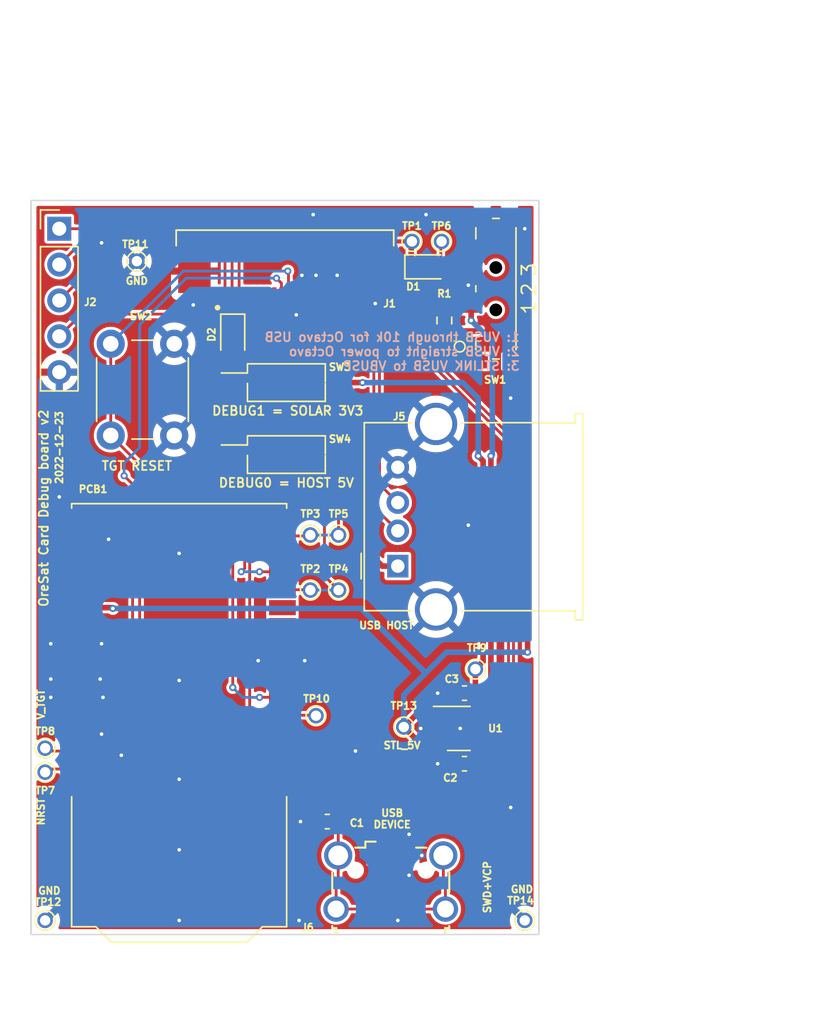
<source format=kicad_pcb>
(kicad_pcb (version 20211014) (generator pcbnew)
  (layers (0 "F.Cu" signal) (31 "B.Cu" signal) (34 "B.Paste" user) (35 "F.Paste" user) (36 "B.SilkS" user "B.Silkscreen") (37 "F.SilkS" user "F.Silkscreen") (38 "B.Mask" user) (39 "F.Mask" user) (44 "Edge.Cuts" user))
  (net 0 "")
  (net 1 "Net-(C1-Pad1)")
  (net 2 "GND")
  (net 3 "Net-(C2-Pad1)")
  (net 4 "Net-(D1-Pad1)")
  (net 5 "Net-(D1-Pad2)")
  (net 6 "/DEBUG1{slash}SOLAR3V3")
  (net 7 "Net-(D2-Pad2)")
  (net 8 "/DEBUG0{slash}5VUSBHOST")
  (net 9 "+3.3V")
  (net 10 "Net-(J1-Pad8)")
  (net 11 "Net-(J1-Pad7)")
  (net 12 "Net-(J6-Pad1)")
  (net 13 "Net-(J1-Pad5)")
  (net 14 "Net-(J1-Pad4)")
  (net 16 "Net-(R1-Pad2)")
  (net 17 "Net-(J1-Pad10)")
  (net 18 "Net-(PCB1-Pad5)")
  (net 19 "+5V")
  (net 23 "Net-(J1-Pad14)")
  (net 24 "Net-(J1-Pad16)")
  (net 29 "Net-(J1-Pad13)")
  (net 30 "Net-(J1-Pad15)")
  (net 32 "Net-(J1-Pad12)")
  (net 42 "Net-(J1-Pad11)")
  (net 44 "/DEBUG2")
  (net 45 "/DEBUG3")
  (net 46 "Net-(J5-Pad1)")
  (footprint "oresat-misc:TestPoint-MinTH" (layer "F.Cu") (at 127 86.8)
    (fp_text reference "TP8" (at 0 -1.2 unlocked) (layer "F.SilkS") (effects (font (size 0.508 0.508) (thickness 0.127))))
    (fp_text value "TestPoint-MinTH" hide)
    (pad "1" thru_hole circle (at 0 0) (size 1.1 1.1) (drill 0.7366) (property pad_prop_testpoint) (layers *.Cu *.Mask) (net 42 "Net-(J1-Pad11)"))
  )
  (footprint "oresat-misc:TestPoint-MinTH" (layer "F.Cu") (at 155.1 50.9)
    (fp_text reference "TP6" (at 0 -1.1 unlocked) (layer "F.SilkS") (effects (font (size 0.508 0.508) (thickness 0.127))))
    (fp_text value "TestPoint-MinTH" hide)
    (pad "1" thru_hole circle (at 0 0) (size 1.1 1.1) (drill 0.7366) (property pad_prop_testpoint) (layers *.Cu *.Mask) (net 5 "Net-(D1-Pad2)"))
  )
  (footprint "oresat-misc:TestPoint-MinTH" (layer "F.Cu") (at 127 99)
    (fp_text reference "TP12" (at 0.2 -1.3 unlocked) (layer "F.SilkS") (effects (font (size 0.508 0.508) (thickness 0.127))))
    (fp_text value "TestPoint-MinTH" hide)
    (pad "1" thru_hole circle (at 0 0) (size 1.1 1.1) (drill 0.7366) (property pad_prop_testpoint) (layers *.Cu *.Mask) (net 2 "GND"))
  )
  (footprint "oresat-misc:TestPoint-MinTH" (layer "F.Cu") (at 161 99)
    (fp_text reference "TP14" (at -0.3 -1.4 unlocked) (layer "F.SilkS") (effects (font (size 0.508 0.508) (thickness 0.127))))
    (fp_text value "TestPoint-MinTH" hide)
    (pad "1" thru_hole circle (at 0 0) (size 1.1 1.1) (drill 0.7366) (property pad_prop_testpoint) (layers *.Cu *.Mask) (net 2 "GND"))
  )
  (footprint "oresat-misc:TestPoint-MinTH" (layer "F.Cu") (at 145.8 75.6)
    (fp_text reference "TP2" (at 0 -1.5 unlocked) (layer "F.SilkS") (effects (font (size 0.508 0.508) (thickness 0.127))))
    (fp_text value "TestPoint-MinTH" hide)
    (pad "1" thru_hole circle (at 0 0) (size 1.1 1.1) (drill 0.7366) (property pad_prop_testpoint) (layers *.Cu *.Mask) (net 29 "Net-(J1-Pad13)"))
  )
  (footprint "Diode_SMD:D_SOD-323" (layer "F.Cu") (at 154 52.7)
    (fp_text reference "D1" (at -0.9 1.4) (layer "F.SilkS") (effects (font (size 0.508 0.508) (thickness 0.127))))
    (fp_text value "ZLLS410TA")
    (pad "1" smd rect (at -1.05 0) (size 0.6 0.45) (layers "F.Cu" "F.Paste" "F.Mask") (net 4 "Net-(D1-Pad1)"))
    (pad "2" smd rect (at 1.05 0) (size 0.6 0.45) (layers "F.Cu" "F.Paste" "F.Mask") (net 5 "Net-(D1-Pad2)"))
  )
  (footprint "oresat-misc:TestPoint-MinTH" (layer "F.Cu") (at 157.5 81.2)
    (fp_text reference "TP9" (at 0.1 -1.5 unlocked) (layer "F.SilkS") (effects (font (size 0.508 0.508) (thickness 0.127))))
    (fp_text value "TestPoint-MinTH" hide)
    (pad "1" thru_hole circle (at 0 0) (size 1.1 1.1) (drill 0.7366) (property pad_prop_testpoint) (layers *.Cu *.Mask) (net 9 "+3.3V"))
  )
  (footprint "oresat-misc:TestPoint-MinTH" (layer "F.Cu") (at 147.8 75.6)
    (fp_text reference "TP4" (at 0 -1.5 unlocked) (layer "F.SilkS") (effects (font (size 0.508 0.508) (thickness 0.127))))
    (fp_text value "TestPoint-MinTH" hide)
    (pad "1" thru_hole circle (at 0 0) (size 1.1 1.1) (drill 0.7366) (property pad_prop_testpoint) (layers *.Cu *.Mask) (net 29 "Net-(J1-Pad13)"))
  )
  (footprint "oresat-misc:TestPoint-MinTH" (layer "F.Cu") (at 146.2 84.5)
    (fp_text reference "TP10" (at 0.04 -1.2 unlocked) (layer "F.SilkS") (effects (font (size 0.508 0.508) (thickness 0.127))))
    (fp_text value "TestPoint-MinTH" hide)
    (pad "1" thru_hole circle (at 0 0) (size 1.1 1.1) (drill 0.7366) (property pad_prop_testpoint) (layers *.Cu *.Mask) (net 18 "Net-(PCB1-Pad5)"))
  )
  (footprint "Button_Switch_SMD:SW_DIP_SPSTx01_Slide_Copal_CHS-01B_W7.62mm_P1.27mm" (layer "F.Cu") (at 144.1 60.9)
    (fp_text reference "SW3" (at 3.8 -1.1) (layer "F.SilkS") (effects (font (size 0.508 0.508) (thickness 0.127))))
    (fp_text value "CFS-0103TB")
    (pad "1" smd rect (at -3.81 0) (size 1.6 0.76) (layers "F.Cu" "F.Paste" "F.Mask") (net 7 "Net-(D2-Pad2)"))
    (pad "2" smd rect (at 3.81 0) (size 1.6 0.76) (layers "F.Cu" "F.Paste" "F.Mask") (net 9 "+3.3V"))
  )
  (footprint "Button_Switch_THT:SW_PUSH_6mm" (layer "F.Cu") (at 136.15 58.15 -90)
    (fp_text reference "SW2" (at -1.95 2.35 180) (layer "F.SilkS") (effects (font (size 0.508 0.508) (thickness 0.127))))
    (fp_text value "B3F-1000")
    (pad "1" thru_hole circle (at 6.5 0) (size 2 2) (drill 1.1) (layers *.Cu *.Mask) (net 2 "GND"))
    (pad "1" thru_hole circle (at 0 0) (size 2 2) (drill 1.1) (layers *.Cu *.Mask) (net 2 "GND"))
    (pad "2" thru_hole circle (at 6.5 4.5) (size 2 2) (drill 1.1) (layers *.Cu *.Mask) (net 17 "Net-(J1-Pad10)"))
    (pad "2" thru_hole circle (at 0 4.5) (size 2 2) (drill 1.1) (layers *.Cu *.Mask) (net 17 "Net-(J1-Pad10)"))
  )
  (footprint "oresat-misc:TestPoint-MinTH" (layer "F.Cu") (at 133.5 52.3 -90)
    (fp_text reference "TP11" (at -1.2 0.1 unlocked) (layer "F.SilkS") (effects (font (size 0.508 0.508) (thickness 0.127))))
    (fp_text value "TestPoint-MinTH" hide)
    (pad "1" thru_hole circle (at 0 0 270) (size 1.1 1.1) (drill 0.7366) (property pad_prop_testpoint) (layers *.Cu *.Mask) (net 2 "GND"))
  )
  (footprint "Capacitor_SMD:C_0603_1608Metric" (layer "F.Cu") (at 147 92 180)
    (fp_text reference "C1" (at -2.1 -0.1) (layer "F.SilkS") (effects (font (size 0.508 0.508) (thickness 0.127))))
    (fp_text value "100n")
    (pad "1" smd roundrect (at -0.775 0 180) (size 0.9 0.95) (layers "F.Cu" "F.Paste" "F.Mask") (net 1 "Net-(C1-Pad1)"))
    (pad "2" smd roundrect (at 0.775 0 180) (size 0.9 0.95) (layers "F.Cu" "F.Paste" "F.Mask") (net 2 "GND"))
  )
  (footprint "oresat-misc:SW-CK-PCM13SMTR" (layer "F.Cu") (at 158.95 54.25 90)
    (fp_text reference "SW1" (at -6.45 -0.05) (layer "F.SilkS") (effects (font (size 0.508 0.508) (thickness 0.127))))
    (fp_text value "PCM13SMTR")
    (pad "" np_thru_hole circle (at 1.5 0 90) (size 0.9 0.9) (drill 0.9) (layers *.Mask))
    (pad "" np_thru_hole circle (at -1.5 0 90) (size 0.9 0.9) (drill 0.9) (layers *.Mask))
    (pad "1" smd rect (at -3.000001 -1.7458 90) (size 0.4064 1.499997) (layers "F.Cu" "F.Paste" "F.Mask") (net 16 "Net-(R1-Pad2)"))
    (pad "2" smd rect (at -1.500001 -1.7458 90) (size 0.4064 1.499997) (layers "F.Cu" "F.Paste" "F.Mask") (net 12 "Net-(J6-Pad1)"))
    (pad "3" smd rect (at 1.500001 -1.7458 90) (size 0.4064 1.499997) (layers "F.Cu" "F.Paste" "F.Mask") (net 5 "Net-(D1-Pad2)"))
    (pad "4" smd rect (at 3 -1.7458 90) (size 0.4064 1.499997) (layers "F.Cu" "F.Paste" "F.Mask") (net 19 "+5V"))
    (pad "5" smd rect (at -5.15 -0.9673 90) (size 0.9906 0.8128) (layers "F.Cu" "F.Paste" "F.Mask"))
    (pad "6" smd rect (at -5.15 0.9757 90) (size 0.9906 0.8128) (layers "F.Cu" "F.Paste" "F.Mask"))
    (pad "9" smd rect (at 5.15 -0.9673 90) (size 0.9906 0.8128) (layers "F.Cu" "F.Paste" "F.Mask"))
    (pad "10" smd rect (at 5.15 0.9757 90) (size 0.9906 0.8128) (layers "F.Cu" "F.Paste" "F.Mask"))
  )
  (footprint "Diode_SMD:D_SOD-323" (layer "F.Cu") (at 140.3 57.55 -90)
    (fp_text reference "D2" (at -0.05 1.5 90) (layer "F.SilkS") (effects (font (size 0.508 0.508) (thickness 0.127))))
    (fp_text value "ZLLS410TA")
    (pad "1" smd rect (at -1.05 0 270) (size 0.6 0.45) (layers "F.Cu" "F.Paste" "F.Mask") (net 6 "/DEBUG1{slash}SOLAR3V3"))
    (pad "2" smd rect (at 1.05 0 270) (size 0.6 0.45) (layers "F.Cu" "F.Paste" "F.Mask") (net 7 "Net-(D2-Pad2)"))
  )
  (footprint "Resistor_SMD:R_0603_1608Metric" (layer "F.Cu") (at 155.3 56.5 -90)
    (fp_text reference "R1" (at -1.9 0) (layer "F.SilkS") (effects (font (size 0.508 0.508) (thickness 0.127))))
    (fp_text value "10k")
    (pad "1" smd roundrect (at -0.825 0 270) (size 0.8 0.95) (layers "F.Cu" "F.Paste" "F.Mask") (net 12 "Net-(J6-Pad1)"))
    (pad "2" smd roundrect (at 0.825 0 270) (size 0.8 0.95) (layers "F.Cu" "F.Paste" "F.Mask") (net 16 "Net-(R1-Pad2)"))
  )
  (footprint "Connector_USB:USB_Micro-B_Wuerth_629105150521_CircularHoles" (layer "F.Cu") (at 151.5 96.245)
    (fp_text reference "J6" (at -5.9 3.255) (layer "F.SilkS") (effects (font (size 0.508 0.508) (thickness 0.127))))
    (fp_text value "629105150521")
    (pad "" np_thru_hole circle (at 2.5 -0.8) (size 0.8 0.8) (drill 0.8) (layers *.Cu *.Mask))
    (pad "" np_thru_hole circle (at -2.5 -0.8) (size 0.8 0.8) (drill 0.8) (layers *.Cu *.Mask))
    (pad "1" smd rect (at -1.3 -1.9) (size 0.45 1.3) (layers "F.Cu" "F.Paste" "F.Mask") (net 12 "Net-(J6-Pad1)"))
    (pad "2" smd rect (at -0.65 -1.9) (size 0.45 1.3) (layers "F.Cu" "F.Paste" "F.Mask") (net 13 "Net-(J1-Pad5)"))
    (pad "3" smd rect (at 0 -1.9) (size 0.45 1.3) (layers "F.Cu" "F.Paste" "F.Mask") (net 14 "Net-(J1-Pad4)"))
    (pad "4" smd rect (at 0.65 -1.9) (size 0.45 1.3) (layers "F.Cu" "F.Paste" "F.Mask"))
    (pad "5" smd rect (at 1.3 -1.9) (size 0.45 1.3) (layers "F.Cu" "F.Paste" "F.Mask") (net 2 "GND"))
    (pad "6" thru_hole circle (at -3.725 -1.85) (size 2 2) (drill 1.4) (layers *.Cu *.Mask) (net 1 "Net-(C1-Pad1)"))
    (pad "6" thru_hole circle (at 3.725 -1.85) (size 2 2) (drill 1.4) (layers *.Cu *.Mask) (net 1 "Net-(C1-Pad1)"))
    (pad "6" thru_hole circle (at -3.875 1.95) (size 1.8 1.8) (drill 1.2) (layers *.Cu *.Mask) (net 1 "Net-(C1-Pad1)"))
    (pad "6" thru_hole circle (at 3.875 1.95) (size 1.8 1.8) (drill 1.2) (layers *.Cu *.Mask) (net 1 "Net-(C1-Pad1)"))
  )
  (footprint "oresat-connectors:J-TE_2-1734592-0_FFC_MIRRORED" (layer "F.Cu") (at 144 53)
    (fp_text reference "J1" (at 6.9 2.6) (layer "F.SilkS") (effects (font (size 0.508 0.508) (thickness 0.127)) (justify left bottom)))
    (fp_text value " 2-1734592-0")
    (pad "1" smd rect locked (at 4.75 1.7 270) (size 1.1 0.3) (layers "F.Cu" "F.Paste" "F.Mask") (net 4 "Net-(D1-Pad1)"))
    (pad "2" smd rect locked (at 4.25 1.7 270) (size 1.1 0.3) (layers "F.Cu" "F.Paste" "F.Mask") (net 4 "Net-(D1-Pad1)"))
    (pad "3" smd rect locked (at 3.75 1.7 270) (size 1.1 0.3) (layers "F.Cu" "F.Paste" "F.Mask") (net 2 "GND"))
    (pad "4" smd rect locked (at 3.25 1.7 270) (size 1.1 0.3) (layers "F.Cu" "F.Paste" "F.Mask") (net 14 "Net-(J1-Pad4)"))
    (pad "5" smd rect locked (at 2.75 1.7 270) (size 1.1 0.3) (layers "F.Cu" "F.Paste" "F.Mask") (net 13 "Net-(J1-Pad5)"))
    (pad "6" smd rect locked (at 2.25 1.7 270) (size 1.1 0.3) (layers "F.Cu" "F.Paste" "F.Mask") (net 2 "GND"))
    (pad "7" smd rect locked (at 1.75 1.7 270) (size 1.1 0.3) (layers "F.Cu" "F.Paste" "F.Mask") (net 11 "Net-(J1-Pad7)"))
    (pad "8" smd rect locked (at 1.25 1.7 270) (size 1.1 0.3) (layers "F.Cu" "F.Paste" "F.Mask") (net 10 "Net-(J1-Pad8)"))
    (pad "9" smd rect locked (at 0.75 1.7 270) (size 1.1 0.3) (layers "F.Cu" "F.Paste" "F.Mask") (net 2 "GND"))
    (pad "10" smd rect locked (at 0.25 1.7 270) (size 1.1 0.3) (layers "F.Cu" "F.Paste" "F.Mask") (net 17 "Net-(J1-Pad10)"))
    (pad "11" smd rect locked (at -0.25 1.7 270) (size 1.1 0.3) (layers "F.Cu" "F.Paste" "F.Mask") (net 42 "Net-(J1-Pad11)"))
    (pad "12" smd rect locked (at -0.75 1.7 270) (size 1.1 0.3) (layers "F.Cu" "F.Paste" "F.Mask") (net 32 "Net-(J1-Pad12)"))
    (pad "13" smd rect locked (at -1.25 1.7 270) (size 1.1 0.3) (layers "F.Cu" "F.Paste" "F.Mask") (net 29 "Net-(J1-Pad13)"))
    (pad "14" smd rect locked (at -1.75 1.7 270) (size 1.1 0.3) (layers "F.Cu" "F.Paste" "F.Mask") (net 23 "Net-(J1-Pad14)"))
    (pad "15" smd rect locked (at -2.25 1.7 270) (size 1.1 0.3) (layers "F.Cu" "F.Paste" "F.Mask") (net 30 "Net-(J1-Pad15)"))
    (pad "16" smd rect locked (at -2.75 1.7 270) (size 1.1 0.3) (layers "F.Cu" "F.Paste" "F.Mask") (net 24 "Net-(J1-Pad16)"))
    (pad "17" smd rect locked (at -3.25 1.7 270) (size 1.1 0.3) (layers "F.Cu" "F.Paste" "F.Mask") (net 8 "/DEBUG0{slash}5VUSBHOST"))
    (pad "18" smd rect locked (at -3.75 1.7 270) (size 1.1 0.3) (layers "F.Cu" "F.Paste" "F.Mask") (net 6 "/DEBUG1{slash}SOLAR3V3"))
    (pad "19" smd rect locked (at -4.25 1.7 270) (size 1.1 0.3) (layers "F.Cu" "F.Paste" "F.Mask") (net 44 "/DEBUG2"))
    (pad "20" smd rect locked (at -4.75 1.7 270) (size 1.1 0.3) (layers "F.Cu" "F.Paste" "F.Mask") (net 45 "/DEBUG3"))
    (pad "PAD1" smd rect locked (at 6.42 0 180) (size 2.3 3.1) (layers "F.Cu" "F.Mask") (net 2 "GND"))
    (pad "PAD2" smd rect locked (at -6.42 0 180) (size 2.3 3.1) (layers "F.Cu" "F.Mask") (net 2 "GND"))
  )
  (footprint "oresat-misc:TestPoint-MinTH" (layer "F.Cu") (at 153 50.9)
    (fp_text reference "TP1" (at 0 -1.1 unlocked) (layer "F.SilkS") (effects (font (size 0.508 0.508) (thickness 0.127))))
    (fp_text value "TestPoint-MinTH" hide)
    (pad "1" thru_hole circle (at 0 0) (size 1.1 1.1) (drill 0.7366) (property pad_prop_testpoint) (layers *.Cu *.Mask) (net 4 "Net-(D1-Pad1)"))
  )
  (footprint "Button_Switch_SMD:SW_DIP_SPSTx01_Slide_Copal_CHS-01B_W7.62mm_P1.27mm" (layer "F.Cu") (at 144.1 66)
    (fp_text reference "SW4" (at 3.8 -1.1) (layer "F.SilkS") (effects (font (size 0.508 0.508) (thickness 0.127))))
    (fp_text value "CFS-0103TB")
    (pad "1" smd rect (at -3.81 0) (size 1.6 0.76) (layers "F.Cu" "F.Paste" "F.Mask") (net 8 "/DEBUG0{slash}5VUSBHOST"))
    (pad "2" smd rect (at 3.81 0) (size 1.6 0.76) (layers "F.Cu" "F.Paste" "F.Mask") (net 46 "Net-(J5-Pad1)"))
  )
  (footprint "Capacitor_SMD:C_0603_1608Metric" (layer "F.Cu") (at 156.725 82.9 180)
    (fp_text reference "C3" (at 0.9 1) (layer "F.SilkS") (effects (font (size 0.508 0.508) (thickness 0.127))))
    (fp_text value "2.2u")
    (pad "1" smd roundrect (at -0.775 0 180) (size 0.9 0.95) (layers "F.Cu" "F.Paste" "F.Mask") (net 9 "+3.3V"))
    (pad "2" smd roundrect (at 0.775 0 180) (size 0.9 0.95) (layers "F.Cu" "F.Paste" "F.Mask") (net 2 "GND"))
  )
  (footprint "oresat-pcbs:STLINK-V3MOS" (layer "F.Cu") (at 136.5 99.45 180)
    (fp_text reference "PCB1" (at 6.1 31 180) (layer "F.SilkS") (effects (font (size 0.508 0.508) (thickness 0.127))))
    (fp_text value "STLINK-V3MODS")
    (pad "1" smd rect (at -7.320026 9.906 180) (size 1.89992 1.070102) (layers "F.Cu" "F.Paste" "F.Mask"))
    (pad "2" smd rect (at -7.320026 11.176 180) (size 1.89992 1.070102) (layers "F.Cu" "F.Paste" "F.Mask"))
    (pad "3" smd rect (at -7.320026 12.446 180) (size 1.89992 1.070102) (layers "F.Cu" "F.Paste" "F.Mask"))
    (pad "4" smd rect (at -7.320026 13.716 180) (size 1.89992 1.070102) (layers "F.Cu" "F.Paste" "F.Mask") (net 23 "Net-(J1-Pad14)"))
    (pad "5" smd rect (at -7.320026 14.986 180) (size 1.89992 1.070102) (layers "F.Cu" "F.Paste" "F.Mask") (net 18 "Net-(PCB1-Pad5)"))
    (pad "6" smd rect (at -7.320026 16.256 180) (size 1.89992 1.070102) (layers "F.Cu" "F.Paste" "F.Mask") (net 24 "Net-(J1-Pad16)"))
    (pad "7" smd rect (at -7.320026 17.526 180) (size 1.89992 1.070102) (layers "F.Cu" "F.Paste" "F.Mask"))
    (pad "8" smd rect (at -7.320026 18.796 180) (size 1.89992 1.070102) (layers "F.Cu" "F.Paste" "F.Mask") (net 2 "GND"))
    (pad "9" smd rect (at -7.320026 20.066 180) (size 1.89992 1.070102) (layers "F.Cu" "F.Paste" "F.Mask"))
    (pad "10" smd rect (at -7.320026 21.336 180) (size 1.89992 1.070102) (layers "F.Cu" "F.Paste" "F.Mask"))
    (pad "11" smd rect (at -7.320026 22.606 180) (size 1.89992 1.070102) (layers "F.Cu" "F.Paste" "F.Mask"))
    (pad "12" smd rect (at -7.320026 23.876 180) (size 1.89992 1.070102) (layers "F.Cu" "F.Paste" "F.Mask") (net 29 "Net-(J1-Pad13)"))
    (pad "13" smd rect (at -7.320026 25.146 180) (size 1.89992 1.070102) (layers "F.Cu" "F.Paste" "F.Mask") (net 30 "Net-(J1-Pad15)"))
    (pad "14" smd rect (at -7.320026 26.416 180) (size 1.89992 1.070102) (layers "F.Cu" "F.Paste" "F.Mask"))
    (pad "15" smd rect (at -7.320026 27.686 180) (size 1.89992 1.070102) (layers "F.Cu" "F.Paste" "F.Mask") (net 32 "Net-(J1-Pad12)"))
    (pad "16" smd rect (at -7.320026 28.956 180) (size 1.89992 1.070102) (layers "F.Cu" "F.Paste" "F.Mask"))
    (pad "17" smd rect (at 7.320026 28.956 180) (size 1.89992 1.070102) (layers "F.Cu" "F.Paste" "F.Mask"))
    (pad "18" smd rect (at 7.320026 27.686 180) (size 1.89992 1.070102) (layers "F.Cu" "F.Paste" "F.Mask"))
    (pad "19" smd rect (at 7.320026 26.416 180) (size 1.89992 1.070102) (layers "F.Cu" "F.Paste" "F.Mask"))
    (pad "20" smd rect (at 7.320026 25.146 180) (size 1.89992 1.070102) (layers "F.Cu" "F.Paste" "F.Mask"))
    (pad "21" smd rect (at 7.320026 23.876 180) (size 1.89992 1.070102) (layers "F.Cu" "F.Paste" "F.Mask"))
    (pad "22" smd rect (at 7.320026 22.606 180) (size 1.89992 1.070102) (layers "F.Cu" "F.Paste" "F.Mask") (net 19 "+5V"))
    (pad "23" smd rect (at 7.320026 21.336 180) (size 1.89992 1.070102) (layers "F.Cu" "F.Paste" "F.Mask"))
    (pad "24" smd rect (at 7.320026 20.066 180) (size 1.89992 1.070102) (layers "F.Cu" "F.Paste" "F.Mask") (net 2 "GND"))
    (pad "25" smd rect (at 7.320026 18.796 180) (size 1.89992 1.070102) (layers "F.Cu" "F.Paste" "F.Mask"))
    (pad "26" smd rect (at 7.320026 17.526 180) (size 1.89992 1.070102) (layers "F.Cu" "F.Paste" "F.Mask") (net 2 "GND"))
    (pad "27" smd rect (at 7.320026 16.256 180) (size 1.89992 1.070102) (layers "F.Cu" "F.Paste" "F.Mask") (net 2 "GND"))
    (pad "28" smd rect (at 7.320026 14.986 180) (size 1.89992 1.070102) (layers "F.Cu" "F.Paste" "F.Mask"))
    (pad "29" smd rect (at 7.320026 13.716 180) (size 1.89992 1.070102) (layers "F.Cu" "F.Paste" "F.Mask") (net 2 "GND"))
    (pad "30" smd rect (at 7.320026 12.446 180) (size 1.89992 1.070102) (layers "F.Cu" "F.Paste" "F.Mask") (net 42 "Net-(J1-Pad11)"))
    (pad "31" smd rect (at 7.320026 11.176 180) (size 1.89992 1.070102) (layers "F.Cu" "F.Paste" "F.Mask") (net 17 "Net-(J1-Pad10)"))
    (pad "32" smd rect (at 7.320026 9.906 180) (size 1.89992 1.070102) (layers "F.Cu" "F.Paste" "F.Mask"))
  )
  (footprint "oresat-misc:TestPoint-MinTH" (layer "F.Cu") (at 152.425 85.3)
    (fp_text reference "TP13" (at 0 -1.5 unlocked) (layer "F.SilkS") (effects (font (size 0.508 0.508) (thickness 0.127))))
    (fp_text value "TestPoint-MinTH" hide)
    (pad "1" thru_hole circle (at 0 0) (size 1.1 1.1) (drill 0.7366) (property pad_prop_testpoint) (layers *.Cu *.Mask) (net 19 "+5V"))
  )
  (footprint "Package_TO_SOT_SMD:SOT-23-5" (layer "F.Cu") (at 156.325 85.4)
    (fp_text reference "U1" (at 2.6 0) (layer "F.SilkS") (effects (font (size 0.508 0.508) (thickness 0.127))))
    (fp_text value "MIC5205-3.3YM5")
    (pad "1" smd roundrect (at -1.1375 -0.95) (size 1.325 0.6) (layers "F.Cu" "F.Paste" "F.Mask") (net 19 "+5V"))
    (pad "2" smd roundrect (at -1.1375 0) (size 1.325 0.6) (layers "F.Cu" "F.Paste" "F.Mask") (net 2 "GND"))
    (pad "3" smd roundrect (at -1.1375 0.95) (size 1.325 0.6) (layers "F.Cu" "F.Paste" "F.Mask") (net 19 "+5V"))
    (pad "4" smd roundrect (at 1.1375 0.95) (size 1.325 0.6) (layers "F.Cu" "F.Paste" "F.Mask") (net 3 "Net-(C2-Pad1)"))
    (pad "5" smd roundrect (at 1.1375 -0.95) (size 1.325 0.6) (layers "F.Cu" "F.Paste" "F.Mask") (net 9 "+3.3V"))
  )
  (footprint "oresat-misc:TestPoint-MinTH" (layer "F.Cu") (at 147.8 71.7)
    (fp_text reference "TP5" (at 0 -1.5 unlocked) (layer "F.SilkS") (effects (font (size 0.508 0.508) (thickness 0.127))))
    (fp_text value "TestPoint-MinTH" hide)
    (pad "1" thru_hole circle (at 0 0) (size 1.1 1.1) (drill 0.7366) (property pad_prop_testpoint) (layers *.Cu *.Mask) (net 32 "Net-(J1-Pad12)"))
  )
  (footprint "Connector_PinHeader_2.54mm:PinHeader_1x05_P2.54mm_Vertical" (layer "F.Cu") (at 128 50)
    (fp_text reference "J2" (at 2.2 5.2) (layer "F.SilkS") (effects (font (size 0.508 0.508) (thickness 0.127))))
    (fp_text value "Conn_01x05")
    (pad "1" thru_hole rect (at 0 0) (size 1.7 1.7) (drill 1) (layers *.Cu *.Mask) (net 8 "/DEBUG0{slash}5VUSBHOST"))
    (pad "2" thru_hole oval (at 0 2.54) (size 1.7 1.7) (drill 1) (layers *.Cu *.Mask) (net 6 "/DEBUG1{slash}SOLAR3V3"))
    (pad "3" thru_hole oval (at 0 5.08) (size 1.7 1.7) (drill 1) (layers *.Cu *.Mask) (net 44 "/DEBUG2"))
    (pad "4" thru_hole oval (at 0 7.62) (size 1.7 1.7) (drill 1) (layers *.Cu *.Mask) (net 45 "/DEBUG3"))
    (pad "5" thru_hole oval (at 0 10.16) (size 1.7 1.7) (drill 1) (layers *.Cu *.Mask) (net 2 "GND"))
  )
  (footprint "Capacitor_SMD:C_0603_1608Metric" (layer "F.Cu") (at 156.725 87.9 180)
    (fp_text reference "C2" (at 1 -1 180) (layer "F.SilkS") (effects (font (size 0.508 0.508) (thickness 0.127))))
    (fp_text value "470p")
    (pad "1" smd roundrect (at -0.775 0 180) (size 0.9 0.95) (layers "F.Cu" "F.Paste" "F.Mask") (net 3 "Net-(C2-Pad1)"))
    (pad "2" smd roundrect (at 0.775 0 180) (size 0.9 0.95) (layers "F.Cu" "F.Paste" "F.Mask") (net 2 "GND"))
  )
  (footprint "oresat-misc:TestPoint-MinTH" (layer "F.Cu") (at 145.8 71.7)
    (fp_text reference "TP3" (at 0 -1.5 unlocked) (layer "F.SilkS") (effects (font (size 0.508 0.508) (thickness 0.127))))
    (fp_text value "TestPoint-MinTH" hide)
    (pad "1" thru_hole circle (at 0 0) (size 1.1 1.1) (drill 0.7366) (property pad_prop_testpoint) (layers *.Cu *.Mask) (net 32 "Net-(J1-Pad12)"))
  )
  (footprint "Connector_USB:USB_A_Molex_67643_Horizontal" (layer "F.Cu") (at 152 73.9 90)
    (fp_text reference "J5" (at 10.6 0.1 180) (layer "F.SilkS") (effects (font (size 0.508 0.508) (thickness 0.127))))
    (fp_text value "0676430910")
    (pad "1" thru_hole rect (at 0 0 90) (size 1.6 1.5) (drill 0.95) (layers *.Cu *.Mask) (net 46 "Net-(J5-Pad1)"))
    (pad "2" thru_hole circle (at 2.5 0 90) (size 1.6 1.6) (drill 0.95) (layers *.Cu *.Mask) (net 10 "Net-(J1-Pad8)"))
    (pad "3" thru_hole circle (at 4.5 0 90) (size 1.6 1.6) (drill 0.95) (layers *.Cu *.Mask) (net 11 "Net-(J1-Pad7)"))
    (pad "4" thru_hole circle (at 7 0 90) (size 1.6 1.6) (drill 0.95) (layers *.Cu *.Mask) (net 2 "GND"))
    (pad "5" thru_hole circle (at 10.07 2.71 90) (size 3 3) (drill 2.3) (layers *.Cu *.Mask) (net 2 "GND"))
    (pad "5" thru_hole circle (at -3.07 2.71 90) (size 3 3) (drill 2.3) (layers *.Cu *.Mask) (net 2 "GND"))
  )
  (footprint "oresat-misc:TestPoint-MinTH" (layer "F.Cu") (at 127 88.5 180)
    (fp_text reference "TP7" (at 0 -1.3 unlocked) (layer "F.SilkS") (effects (font (size 0.508 0.508) (thickness 0.127))))
    (fp_text value "TestPoint-MinTH" hide)
    (pad "1" thru_hole circle (at 0 0 180) (size 1.1 1.1) (drill 0.7366) (property pad_prop_testpoint) (layers *.Cu *.Mask) (net 17 "Net-(J1-Pad10)"))
  )
  (gr_rect (start 162 100) (end 126 48) (layer "Edge.Cuts") (width 0.1) (fill none))
  (gr_text "1: VUSB through 10k for Octavo USB\n2: VUSB straight to power Octavo\n3: STLINK VUSB to VBUSP" (at 160.7 58.7) (layer "B.SilkS") (effects (font (size 0.635 0.635) (thickness 0.127)) (justify left mirror)))
  (gr_text "DEBUG1 = SOLAR 3V3" (at 144.2 62.9) (layer "F.SilkS") (effects (font (size 0.635 0.635) (thickness 0.127))))
  (gr_text "GND" (at 133.5 53.7) (layer "F.SilkS") (effects (font (size 0.508 0.508) (thickness 0.127))))
  (gr_text "SWD+VCP" (at 158.345 96.645 90) (layer "F.SilkS") (effects (font (size 0.508 0.508) (thickness 0.127))))
  (gr_text "USB HOST" (at 151.2 78.1) (layer "F.SilkS") (effects (font (size 0.508 0.508) (thickness 0.127))))
  (gr_text "STL_5V" (at 152.3 86.6) (layer "F.SilkS") (effects (font (size 0.508 0.508) (thickness 0.127))))
  (gr_text "2022-12-23" (at 128 65.5 90) (layer "F.SilkS") (effects (font (size 0.508 0.508) (thickness 0.127))))
  (gr_text "V_TGT" (at 126.7 83.7 90) (layer "F.SilkS") (effects (font (size 0.508 0.508) (thickness 0.127))))
  (gr_text "GND" (at 160.8 96.8) (layer "F.SilkS") (effects (font (size 0.508 0.508) (thickness 0.127))))
  (gr_text "TGT RESET" (at 133.5 66.8) (layer "F.SilkS") (effects (font (size 0.635 0.635) (thickness 0.127))))
  (gr_text "GND" (at 127.3 96.9) (layer "F.SilkS") (effects (font (size 0.508 0.508) (thickness 0.127))))
  (gr_text "2" (at 161.3 54.3 90) (layer "F.SilkS") (effects (font (size 1 1) (thickness 0.127))))
  (gr_text "OreSat Card Debug board v2" (at 126.9 69.8 90) (layer "F.SilkS") (effects (font (size 0.635 0.635) (thickness 0.127))))
  (gr_text "DEBUG0 = HOST 5V" (at 144.1 68) (layer "F.SilkS") (effects (font (size 0.635 0.635) (thickness 0.127))))
  (gr_text "USB\nDEVICE" (at 151.6 91.8) (layer "F.SilkS") (effects (font (size 0.508 0.508) (thickness 0.127))))
  (gr_text "NRST" (at 126.7 91.3 90) (layer "F.SilkS") (effects (font (size 0.508 0.508) (thickness 0.127))))
  (gr_text "1" (at 161.3 55.6 90) (layer "F.SilkS") (effects (font (size 1 1) (thickness 0.127))))
  (gr_text "3" (at 161.3 52.9 90) (layer "F.SilkS") (effects (font (size 1 1) (thickness 0.127))))
  (segment (start 147.775 94.395) (end 147.775 96.125) (width 0.2) (layer "F.Cu") (net 1))
  (segment (start 147.625 96.275) (end 147.625 98.195) (width 0.2) (layer "F.Cu") (net 1))
  (segment (start 155.375 96.575) (end 155.375 98.195) (width 0.2) (layer "F.Cu") (net 1))
  (segment (start 147.625 98.195) (end 155.375 98.195) (width 0.2) (layer "F.Cu") (net 1))
  (segment (start 155.225 94.395) (end 155.225 96.425) (width 0.2) (layer "F.Cu") (net 1))
  (segment (start 147.775 96.125) (end 147.625 96.275) (width 0.2) (layer "F.Cu") (net 1))
  (segment (start 155.225 96.425) (end 155.375 96.575) (width 0.2) (layer "F.Cu") (net 1))
  (segment (start 147.775 94.395) (end 147.775 92) (width 0.2) (layer "F.Cu") (net 1))
  (via (at 154.825 87.9) (size 0.508) (drill 0.254) (layers "F.Cu" "B.Cu") (net 2))
  (via (at 145.2 53.3) (size 0.508) (drill 0.254) (layers "F.Cu" "B.Cu") (net 2))
  (via (at 127.4 83.2) (size 0.508) (drill 0.254) (layers "F.Cu" "B.Cu") (net 2))
  (via (at 149 87) (size 0.508) (drill 0.254) (layers "F.Cu" "B.Cu") (net 2))
  (via (at 146.2 53.3) (size 0.508) (drill 0.254) (layers "F.Cu" "B.Cu") (net 2))
  (via (at 145.1 92) (size 0.508) (drill 0.254) (layers "F.Cu" "B.Cu") (net 2))
  (via (at 160 62) (size 0.508) (drill 0.254) (layers "F.Cu" "B.Cu") (net 2))
  (via (at 127.4 81.9) (size 0.508) (drill 0.254) (layers "F.Cu" "B.Cu") (net 2))
  (via (at 152 99) (size 0.508) (drill 0.254) (layers "F.Cu" "B.Cu") (net 2))
  (via (at 131 79.4) (size 0.508) (drill 0.254) (layers "F.Cu" "B.Cu") (net 2))
  (via (at 128 69) (size 0.508) (drill 0.254) (layers "F.Cu" "B.Cu") (net 2))
  (via (at 137.5 55.4) (size 0.508) (drill 0.254) (layers "F.Cu" "B.Cu") (net 2))
  (via (at 152.8 92.9) (size 0.508) (drill 0.254) (layers "F.Cu" "B.Cu") (net 2))
  (via (at 154.825 82.9) (size 0.508) (drill 0.254) (layers "F.Cu" "B.Cu") (net 2))
  (via (at 136.5 94) (size 0.508) (drill 0.254) (layers "F.Cu" "B.Cu") (net 2))
  (via (at 145 99) (size 0.508) (drill 0.254) (layers "F.Cu" "B.Cu") (net 2))
  (via (at 136.5 82) (size 0.508) (drill 0.254) (layers "F.Cu" "B.Cu") (net 2))
  (via (at 156.425 85.4) (size 0.508) (drill 0.254) (layers "F.Cu" "B.Cu") (net 2))
  (via (at 131.5 72) (size 0.508) (drill 0.254) (layers "F.Cu" "B.Cu") (net 2))
  (via (at 150.4 55.3) (size 0.508) (drill 0.254) (layers "F.Cu" "B.Cu") (net 2))
  (via (at 142.1 80.6) (size 0.508) (drill 0.254) (layers "F.Cu" "B.Cu") (net 2))
  (via (at 127.4 79.4) (size 0.508) (drill 0.254) (layers "F.Cu" "B.Cu") (net 2))
  (via (at 157 71) (size 0.508) (drill 0.254) (layers "F.Cu" "B.Cu") (net 2))
  (via (at 144.8 56.1) (size 0.508) (drill 0.254) (layers "F.Cu" "B.Cu") (net 2))
  (via (at 131 51) (size 0.508) (drill 0.254) (layers "F.Cu" "B.Cu") (net 2))
  (via (at 145.4 80.6) (size 0.508) (drill 0.254) (layers "F.Cu" "B.Cu") (net 2))
  (via (at 154 49) (size 0.508) (drill 0.254) (layers "F.Cu" "B.Cu") (net 2))
  (via (at 136.5 99) (size 0.508) (drill 0.254) (layers "F.Cu" "B.Cu") (net 2))
  (via (at 147.7 53.3) (size 0.508) (drill 0.254) (layers "F.Cu" "B.Cu") (net 2))
  (via (at 152.8 95.8) (size 0.508) (drill 0.254) (layers "F.Cu" "B.Cu") (net 2))
  (via (at 146 49) (size 0.508) (drill 0.254) (layers "F.Cu" "B.Cu") (net 2))
  (via (at 153.7 94.4) (size 0.508) (drill 0.254) (layers "F.Cu" "B.Cu") (net 2))
  (via (at 131 85.8) (size 0.508) (drill 0.254) (layers "F.Cu" "B.Cu") (net 2))
  (via (at 136.5 89) (size 0.508) (drill 0.254) (layers "F.Cu" "B.Cu") (net 2))
  (via (at 157 54) (size 0.508) (drill 0.254) (layers "F.Cu" "B.Cu") (net 2))
  (via (at 136.5 73) (size 0.508) (drill 0.254) (layers "F.Cu" "B.Cu") (net 2))
  (via (at 160 91) (size 0.508) (drill 0.254) (layers "F.Cu" "B.Cu") (net 2))
  (via (at 153.625 85.4) (size 0.508) (drill 0.254) (layers "F.Cu" "B.Cu") (net 2))
  (via (at 161 50) (size 0.508) (drill 0.254) (layers "F.Cu" "B.Cu") (net 2))
  (via (at 131.1 83.2) (size 0.508) (drill 0.254) (layers "F.Cu" "B.Cu") (net 2))
  (via (at 132.4 87.3) (size 0.508) (drill 0.254) (layers "F.Cu" "B.Cu") (net 2))
  (via (at 130.9 81.9) (size 0.508) (drill 0.254) (layers "F.Cu" "B.Cu") (net 2))
  (segment (start 157.5 86.3875) (end 157.4625 86.35) (width 0.4) (layer "F.Cu") (net 3))
  (segment (start 157.5 87.9) (end 157.5 86.3875) (width 0.4) (layer "F.Cu") (net 3))
  (segment (start 152.95 50.95) (end 153 50.9) (width 0.4) (layer "F.Cu") (net 4))
  (segment (start 152.95 52.7) (end 152.95 50.95) (width 0.4) (layer "F.Cu") (net 4))
  (segment (start 148.75 51.25) (end 148.75 54.7) (width 0.3) (layer "F.Cu") (net 4))
  (segment (start 153 50.9) (end 149.1 50.9) (width 0.3) (layer "F.Cu") (net 4))
  (segment (start 148.75 54.7) (end 148.25 54.7) (width 0.3) (layer "F.Cu") (net 4))
  (segment (start 149.1 50.9) (end 148.75 51.25) (width 0.3) (layer "F.Cu") (net 4))
  (segment (start 156.049999 52.749999) (end 156 52.7) (width 0.4) (layer "F.Cu") (net 5))
  (segment (start 156 52.7) (end 155.05 52.7) (width 0.4) (layer "F.Cu") (net 5))
  (segment (start 155.05 50.95) (end 155.1 50.9) (width 0.4) (layer "F.Cu") (net 5))
  (segment (start 155.05 52.7) (end 155.05 50.95) (width 0.2) (layer "F.Cu") (net 5))
  (segment (start 157.2042 52.749999) (end 156.049999 52.749999) (width 0.4) (layer "F.Cu") (net 5))
  (segment (start 140.3 56.1) (end 140.3 56.5) (width 0.3) (layer "F.Cu") (net 6))
  (segment (start 130.991632 49.548368) (end 128 52.54) (width 0.2) (layer "F.Cu") (net 6))
  (segment (start 140.25 56.05) (end 140.3 56.1) (width 0.3) (layer "F.Cu") (net 6))
  (segment (start 140.25 50.198368) (end 139.6 49.548368) (width 0.2) (layer "F.Cu") (net 6))
  (segment (start 140.25 54.7) (end 140.25 56.05) (width 0.3) (layer "F.Cu") (net 6))
  (segment (start 139.6 49.548368) (end 130.991632 49.548368) (width 0.2) (layer "F.Cu") (net 6))
  (segment (start 140.25 54.7) (end 140.25 50.198368) (width 0.2) (layer "F.Cu") (net 6))
  (segment (start 140.3 60.89) (end 140.29 60.9) (width 0.4) (layer "F.Cu") (net 7))
  (segment (start 140.3 58.6) (end 140.3 60.89) (width 0.4) (layer "F.Cu") (net 7))
  (segment (start 141.5 63.4) (end 141.5 56.6) (width 0.3) (layer "F.Cu") (net 8))
  (segment (start 140.29 64.61) (end 141.5 63.4) (width 0.3) (layer "F.Cu") (net 8))
  (segment (start 140.75 55.85) (end 140.75 54.7) (width 0.3) (layer "F.Cu") (net 8))
  (segment (start 141.5 56.6) (end 140.75 55.85) (width 0.3) (layer "F.Cu") (net 8))
  (segment (start 140.75 50.2) (end 139.7 49.15) (width 0.2) (layer "F.Cu") (net 8))
  (segment (start 139.7 49.15) (end 130.55 49.15) (width 0.2) (layer "F.Cu") (net 8))
  (segment (start 140.75 54.7) (end 140.75 50.2) (width 0.2) (layer "F.Cu") (net 8))
  (segment (start 130.55 49.15) (end 129.7 50) (width 0.2) (layer "F.Cu") (net 8))
  (segment (start 140.29 66) (end 140.29 64.61) (width 0.3) (layer "F.Cu") (net 8))
  (segment (start 129.7 50) (end 128 50) (width 0.2) (layer "F.Cu") (net 8))
  (segment (start 157.5 81.2) (end 158.0476 80.6524) (width 0.4) (layer "F.Cu") (net 9))
  (segment (start 158.0476 80.3) (end 158.0476 68) (width 0.4) (layer "F.Cu") (net 9))
  (segment (start 157.5 81.325) (end 157.625 81.2) (width 0.4) (layer "F.Cu") (net 9))
  (segment (start 158.0476 68) (end 158.0476 66.4476) (width 0.4) (layer "F.Cu") (net 9))
  (segment (start 157.5 82.9) (end 157.5 84.4125) (width 0.4) (layer "F.Cu") (net 9))
  (segment (start 157.5 82.9) (end 157.5 81.325) (width 0.4) (layer "F.Cu") (net 9))
  (segment (start 157.5 84.4125) (end 157.4625 84.45) (width 0.4) (layer "F.Cu") (net 9))
  (segment (start 158.0476 66.4476) (end 157.7 66.1) (width 0.4) (layer "F.Cu") (net 9))
  (segment (start 147.91 60.9) (end 149.5 60.9) (width 0.4) (layer "F.Cu") (net 9))
  (segment (start 158.0476 80.6524) (end 158.0476 80.3) (width 0.4) (layer "F.Cu") (net 9))
  (via (at 149.5 60.9) (size 0.508) (drill 0.254) (layers "F.Cu" "B.Cu") (net 9))
  (via (at 157.7 66.1) (size 0.508) (drill 0.254) (layers "F.Cu" "B.Cu") (net 9))
  (segment (start 157.7 62) (end 157.7 66.1) (width 0.4) (layer "B.Cu") (net 9))
  (segment (start 156.6 60.9) (end 157.7 62) (width 0.4) (layer "B.Cu") (net 9))
  (segment (start 149.5 60.9) (end 156.6 60.9) (width 0.4) (layer "B.Cu") (net 9))
  (segment (start 145.25 54.7) (end 145.25 55.648368) (width 0.2) (layer "F.Cu") (net 10))
  (segment (start 148.154032 58.5524) (end 149.7524 58.5524) (width 0.2) (layer "F.Cu") (net 10))
  (segment (start 145.25 55.648368) (end 148.154032 58.5524) (width 0.2) (layer "F.Cu") (net 10))
  (segment (start 150.3 69.7) (end 152 71.4) (width 0.2) (layer "F.Cu") (net 10))
  (segment (start 149.7524 58.5524) (end 150.3 59.1) (width 0.2) (layer "F.Cu") (net 10))
  (segment (start 150.3 59.1) (end 150.3 69.7) (width 0.2) (layer "F.Cu") (net 10))
  (segment (start 145.75 54.7) (end 145.75 55.65) (width 0.2) (layer "F.Cu") (net 11))
  (segment (start 150.7 58.9) (end 150.7 68.1) (width 0.2) (layer "F.Cu") (net 11))
  (segment (start 148.3 58.2) (end 150 58.2) (width 0.2) (layer "F.Cu") (net 11))
  (segment (start 150 58.2) (end 150.7 58.9) (width 0.2) (layer "F.Cu") (net 11))
  (segment (start 145.75 55.65) (end 148.3 58.2) (width 0.2) (layer "F.Cu") (net 11))
  (segment (start 150.7 68.1) (end 152 69.4) (width 0.2) (layer "F.Cu") (net 11))
  (segment (start 158.6 88.5) (end 156.7 90.4) (width 0.4) (layer "F.Cu") (net 12))
  (segment (start 150.2 91.9) (end 150.2 94.345) (width 0.4) (layer "F.Cu") (net 12))
  (segment (start 158.6 66.1) (end 158.6 88.5) (width 0.4) (layer "F.Cu") (net 12))
  (segment (start 157.2 55.754201) (end 157.2042 55.750001) (width 0.4) (layer "F.Cu") (net 12))
  (segment (start 155.375001 55.750001) (end 155.3 55.675) (width 0.1524) (layer "F.Cu") (net 12))
  (segment (start 156.7 90.4) (end 151.7 90.4) (width 0.4) (layer "F.Cu") (net 12))
  (segment (start 157.2042 55.750001) (end 155.375001 55.750001) (width 0.1524) (layer "F.Cu") (net 12))
  (segment (start 157.2 56.5) (end 157.2 55.754201) (width 0.4) (layer "F.Cu") (net 12))
  (segment (start 151.7 90.4) (end 150.2 91.9) (width 0.4) (layer "F.Cu") (net 12))
  (via (at 157.2 56.5) (size 0.508) (drill 0.254) (layers "F.Cu" "B.Cu") (net 12))
  (via (at 158.6 66.1) (size 0.508) (drill 0.254) (layers "F.Cu" "B.Cu") (net 12))
  (segment (start 158.7 58) (end 157.2 56.5) (width 0.4) (layer "B.Cu") (net 12))
  (segment (start 158.6 66.1) (end 158.7 66) (width 0.4) (layer "B.Cu") (net 12))
  (segment (start 158.7 66) (end 158.7 58) (width 0.4) (layer "B.Cu") (net 12))
  (segment (start 147 55.7) (end 146.75 55.45) (width 0.2) (layer "F.Cu") (net 13))
  (segment (start 150.85 94.345) (end 150.85 93.0976) (width 0.2) (layer "F.Cu") (net 13))
  (segment (start 147.001632 55.7) (end 147 55.7) (width 0.2) (layer "F.Cu") (net 13))
  (segment (start 150.85 93.0976) (end 150.904031 93.0976) (width 0.2) (layer "F.Cu") (net 13))
  (segment (start 152.5524 57.7524) (end 149.054032 57.7524) (width 0.2) (layer "F.Cu") (net 13))
  (segment (start 150.904031 93.0976) (end 153.001631 91) (width 0.2) (layer "F.Cu") (net 13))
  (segment (start 149.054032 57.7524) (end 147.001632 55.7) (width 0.2) (layer "F.Cu") (net 13))
  (segment (start 146.75 55.45) (end 146.75 54.7) (width 0.2) (layer "F.Cu") (net 13))
  (segment (start 159.8476 88.1524) (end 159.8476 65.0476) (width 0.2) (layer "F.Cu") (net 13))
  (segment (start 153.001631 91) (end 157 91) (width 0.2) (layer "F.Cu") (net 13))
  (segment (start 157 91) (end 159.8476 88.1524) (width 0.2) (layer "F.Cu") (net 13))
  (segment (start 159.8476 65.0476) (end 152.5524 57.7524) (width 0.2) (layer "F.Cu") (net 13))
  (segment (start 147.25 55.45) (end 147.25 54.7) (width 0.2) (layer "F.Cu") (net 14))
  (segment (start 149.2 57.4) (end 147.25 55.45) (width 0.2) (layer "F.Cu") (net 14))
  (segment (start 160.2 88.3) (end 160.2 64.9) (width 0.2) (layer "F.Cu") (net 14))
  (segment (start 160.2 64.9) (end 152.7 57.4) (width 0.2) (layer "F.Cu") (net 14))
  (segment (start 157.1 91.4) (end 160.2 88.3) (width 0.2) (layer "F.Cu") (net 14))
  (segment (start 152.7 57.4) (end 149.2 57.4) (width 0.2) (layer "F.Cu") (net 14))
  (segment (start 153.1 91.4) (end 157.1 91.4) (width 0.2) (layer "F.Cu") (net 14))
  (segment (start 151.5 93) (end 153.1 91.4) (width 0.2) (layer "F.Cu") (net 14))
  (segment (start 151.5 94.345) (end 151.5 93) (width 0.2) (layer "F.Cu") (net 14))
  (segment (start 157.2042 57.250001) (end 155.374999 57.250001) (width 0.1524) (layer "F.Cu") (net 16))
  (segment (start 155.374999 57.250001) (end 155.3 57.325) (width 0.1524) (layer "F.Cu") (net 16))
  (segment (start 133.7 66.7) (end 131.65 64.65) (width 0.2) (layer "F.Cu") (net 17))
  (segment (start 129.179974 88.274) (end 130.326 88.274) (width 0.2) (layer "F.Cu") (net 17))
  (segment (start 144.25 53.05) (end 144.2 53) (width 0.2) (layer "F.Cu") (net 17))
  (segment (start 131.65 64.65) (end 131.65 58.15) (width 0.2) (layer "F.Cu") (net 17))
  (segment (start 144.25 54.7) (end 144.25 53.05) (width 0.2) (layer "F.Cu") (net 17))
  (segment (start 129.179974 88.274) (end 127.326 88.274) (width 0.2) (layer "F.Cu") (net 17))
  (segment (start 133.7 84.9) (end 133.7 66.7) (width 0.2) (layer "F.Cu") (net 17))
  (segment (start 127.326 88.274) (end 127 88.6) (width 0.2) (layer "F.Cu") (net 17))
  (segment (start 130.326 88.274) (end 133.7 84.9) (width 0.2) (layer "F.Cu") (net 17))
  (via (at 144.2 53) (size 0.508) (drill 0.254) (layers "F.Cu" "B.Cu") (net 17))
  (segment (start 131.65 58.15) (end 136.8 53) (width 0.2) (layer "B.Cu") (net 17))
  (segment (start 136.8 53) (end 144.2 53) (width 0.2) (layer "B.Cu") (net 17))
  (segment (start 146.164 84.464) (end 146.2 84.5) (width 0.2) (layer "F.Cu") (net 18))
  (segment (start 143.820026 84.464) (end 146.164 84.464) (width 0.2) (layer "F.Cu") (net 18))
  (segment (start 155.1875 84.45) (end 153.275 84.45) (width 0.4) (layer "F.Cu") (net 19))
  (segment (start 159.65 51.25) (end 161.2 52.8) (width 0.4) (layer "F.Cu") (net 19))
  (segment (start 155.1875 86.35) (end 153.475 86.35) (width 0.4) (layer "F.Cu") (net 19))
  (segment (start 129.179974 76.844) (end 131.744 76.844) (width 0.4) (layer "F.Cu") (net 19))
  (segment (start 153.475 86.35) (end 152.425 85.3) (width 0.4) (layer "F.Cu") (net 19))
  (segment (start 157.2042 51.25) (end 159.65 51.25) (width 0.4) (layer "F.Cu") (net 19))
  (segment (start 153.275 84.45) (end 152.425 85.3) (width 0.4) (layer "F.Cu") (net 19))
  (segment (start 161.2 52.8) (end 161.2 80) (width 0.4) (layer "F.Cu") (net 19))
  (segment (start 131.744 76.844) (end 131.8 76.9) (width 0.4) (layer "F.Cu") (net 19))
  (via (at 161.2 80) (size 0.508) (drill 0.254) (layers "F.Cu" "B.Cu") (net 19))
  (via (at 131.8 76.9) (size 0.508) (drill 0.254) (layers "F.Cu" "B.Cu") (net 19))
  (segment (start 131.85 76.9) (end 149.4 76.9) (width 0.4) (layer "B.Cu") (net 19))
  (segment (start 149.4 76.9) (end 153.924407 81.424407) (width 0.4) (layer "B.Cu") (net 19))
  (segment (start 153.924407 81.524407) (end 152.425 83.023813) (width 0.4) (layer "B.Cu") (net 19))
  (segment (start 152.425 83.023813) (end 152.425 85.3) (width 0.4) (layer "B.Cu") (net 19))
  (segment (start 155.448813 80) (end 153.924407 81.524407) (width 0.4) (layer "B.Cu") (net 19))
  (segment (start 161.2 80) (end 155.448813 80) (width 0.4) (layer "B.Cu") (net 19))
  (segment (start 153.924407 81.424407) (end 153.924407 81.524407) (width 0.4) (layer "B.Cu") (net 19))
  (segment (start 143.134 85.734) (end 143.820026 85.734) (width 0.2) (layer "F.Cu") (net 23))
  (segment (start 141.5 70.1) (end 141.5 84.1) (width 0.2) (layer "F.Cu") (net 23))
  (segment (start 142.25 55.55) (end 144.4 57.7) (width 0.2) (layer "F.Cu") (net 23))
  (segment (start 144.4 57.7) (end 144.4 67.2) (width 0.2) (layer "F.Cu") (net 23))
  (segment (start 141.5 84.1) (end 143.134 85.734) (width 0.2) (layer "F.Cu") (net 23))
  (segment (start 144.4 67.2) (end 141.5 70.1) (width 0.2) (layer "F.Cu") (net 23))
  (segment (start 142.25 54.7) (end 142.25 55.55) (width 0.2) (layer "F.Cu") (net 23))
  (segment (start 141.25 55.6548) (end 143.6952 58.1) (width 0.2) (layer "F.Cu") (net 24))
  (segment (start 140.3 70.303264) (end 140.3 82.5) (width 0.2) (layer "F.Cu") (net 24))
  (segment (start 143.6952 58.1) (end 143.6952 66.908064) (width 0.2) (layer "F.Cu") (net 24))
  (segment (start 142.206 83.194) (end 142.2 83.2) (width 0.2) (layer "F.Cu") (net 24))
  (segment (start 141.25 54.7) (end 141.25 55.6548) (width 0.2) (layer "F.Cu") (net 24))
  (segment (start 143.6952 66.908064) (end 140.3 70.303264) (width 0.2) (layer "F.Cu") (net 24))
  (segment (start 143.820026 83.194) (end 142.206 83.194) (width 0.2) (layer "F.Cu") (net 24))
  (via (at 140.3 82.5) (size 0.508) (drill 0.254) (layers "F.Cu" "B.Cu") (net 24))
  (via (at 142.2 83.2) (size 0.508) (drill 0.254) (layers "F.Cu" "B.Cu") (net 24))
  (segment (start 142.2 83.2) (end 141 83.2) (width 0.2) (layer "B.Cu") (net 24))
  (segment (start 141 83.2) (end 140.3 82.5) (width 0.2) (layer "B.Cu") (net 24))
  (segment (start 145.500816 58.299184) (end 145.500816 66.199185) (width 0.2) (layer "F.Cu") (net 29))
  (segment (start 145.500816 66.199185) (end 146.8 67.498369) (width 0.2) (layer "F.Cu") (net 29))
  (segment (start 146.8 74.6) (end 147.8 75.6) (width 0.2) (layer "F.Cu") (net 29))
  (segment (start 143.820026 75.574) (end 145.774 75.574) (width 0.2) (layer "F.Cu") (net 29))
  (segment (start 142.75 55.548368) (end 145.500816 58.299184) (width 0.2) (layer "F.Cu") (net 29))
  (segment (start 142.75 54.7) (end 142.75 55.548368) (width 0.2) (layer "F.Cu") (net 29))
  (segment (start 146.8 67.498369) (end 146.8 74.6) (width 0.2) (layer "F.Cu") (net 29))
  (segment (start 145.774 75.574) (end 145.8 75.6) (width 0.2) (layer "F.Cu") (net 29))
  (segment (start 145.8 75.6) (end 147.8 75.6) (width 0.2) (layer "B.Cu") (net 29))
  (segment (start 144.0476 67.054032) (end 141.1476 69.954031) (width 0.2) (layer "F.Cu") (net 30))
  (segment (start 141.1476 69.954031) (end 141.1476 74.0524) (width 0.2) (layer "F.Cu") (net 30))
  (segment (start 142.204 74.304) (end 142.2 74.3) (width 0.2) (layer "F.Cu") (net 30))
  (segment (start 141.75 55.55) (end 144.0476 57.8476) (width 0.2) (layer "F.Cu") (net 30))
  (segment (start 141.1476 74.0524) (end 140.9 74.3) (width 0.2) (layer "F.Cu") (net 30))
  (segment (start 141.75 54.7) (end 141.75 55.55) (width 0.2) (layer "F.Cu") (net 30))
  (segment (start 144.0476 57.8476) (end 144.0476 67.054032) (width 0.2) (layer "F.Cu") (net 30))
  (segment (start 143.820026 74.304) (end 142.204 74.304) (width 0.2) (layer "F.Cu") (net 30))
  (via (at 140.9 74.3) (size 0.508) (drill 0.254) (layers "F.Cu" "B.Cu") (net 30))
  (via (at 142.2 74.3) (size 0.508) (drill 0.254) (layers "F.Cu" "B.Cu") (net 30))
  (segment (start 140.9 74.3) (end 142.2 74.3) (width 0.2) (layer "B.Cu") (net 30))
  (segment (start 145.9 66.1) (end 145.9 58.2) (width 0.2) (layer "F.Cu") (net 32))
  (segment (start 147.8 68) (end 147.8 71.7) (width 0.2) (layer "F.Cu") (net 32))
  (segment (start 145.736 71.764) (end 145.8 71.7) (width 0.2) (layer "F.Cu") (net 32))
  (segment (start 145.9 58.2) (end 143.25 55.55) (width 0.2) (layer "F.Cu") (net 32))
  (segment (start 143.25 55.55) (end 143.25 54.7) (width 0.2) (layer "F.Cu") (net 32))
  (segment (start 147.8 68) (end 145.9 66.1) (width 0.2) (layer "F.Cu") (net 32))
  (segment (start 143.820026 71.764) (end 145.736 71.764) (width 0.2) (layer "F.Cu") (net 32))
  (segment (start 145.8 71.7) (end 147.8 71.7) (width 0.2) (layer "B.Cu") (net 32))
  (segment (start 133.2 84.8) (end 133.2 68.1) (width 0.2) (layer "F.Cu") (net 42))
  (segment (start 143.75 54.7) (end 143.75 53.8559) (width 0.2) (layer "F.Cu") (net 42))
  (segment (start 143.75 53.8559) (end 143.4 53.5059) (width 0.2) (layer "F.Cu") (net 42))
  (segment (start 127.304 87.004) (end 127 86.7) (width 0.2) (layer "F.Cu") (net 42))
  (segment (start 130.996 87.004) (end 133.2 84.8) (width 0.2) (layer "F.Cu") (net 42))
  (segment (start 129.179974 87.004) (end 130.996 87.004) (width 0.2) (layer "F.Cu") (net 42))
  (segment (start 129.179974 87.004) (end 127.304 87.004) (width 0.2) (layer "F.Cu") (net 42))
  (segment (start 133.2 68.1) (end 132.6 67.5) (width 0.2) (layer "F.Cu") (net 42))
  (via (at 132.6 67.5) (size 0.508) (drill 0.254) (layers "F.Cu" "B.Cu") (net 42))
  (via (at 143.4 53.5059) (size 0.508) (drill 0.254) (layers "F.Cu" "B.Cu") (net 42))
  (segment (start 132.6 67.5) (end 132.6 66.6) (width 0.2) (layer "B.Cu") (net 42))
  (segment (start 132.6 66.6) (end 133.7 65.5) (width 0.2) (layer "B.Cu") (net 42))
  (segment (start 133.7 65.5) (end 133.7 56.8) (width 0.2) (layer "B.Cu") (net 42))
  (segment (start 133.7 56.8) (end 137 53.5) (width 0.2) (layer "B.Cu") (net 42))
  (segment (start 143.4 53.5) (end 143.4 53.5059) (width 0.2) (layer "B.Cu") (net 42))
  (segment (start 137 53.5) (end 143.4 53.5) (width 0.2) (layer "B.Cu") (net 42))
  (segment (start 139.4 49.95) (end 133.13 49.95) (width 0.2) (layer "F.Cu") (net 44))
  (segment (start 139.75 54.7) (end 139.75 50.3) (width 0.2) (layer "F.Cu") (net 44))
  (segment (start 133.13 49.95) (end 128 55.08) (width 0.2) (layer "F.Cu") (net 44))
  (segment (start 139.75 50.3) (end 139.4 49.95) (width 0.2) (layer "F.Cu") (net 44))
  (segment (start 138.9 56.05) (end 129.57 56.05) (width 0.2) (layer "F.Cu") (net 45))
  (segment (start 139.25 54.7) (end 139.25 55.7) (width 0.2) (layer "F.Cu") (net 45))
  (segment (start 129.57 56.05) (end 128 57.62) (width 0.2) (layer "F.Cu") (net 45))
  (segment (start 139.25 55.7) (end 138.9 56.05) (width 0.2) (layer "F.Cu") (net 45))
  (segment (start 149.4 66.3) (end 149.4 72.4) (width 0.4) (layer "F.Cu") (net 46))
  (segment (start 150.9 73.9) (end 152 73.9) (width 0.4) (layer "F.Cu") (net 46))
  (segment (start 149.4 72.4) (end 150.9 73.9) (width 0.4) (layer "F.Cu") (net 46))
  (segment (start 149.1 66) (end 149.4 66.3) (width 0.4) (layer "F.Cu") (net 46))
  (segment (start 147.91 66) (end 149.1 66) (width 0.4) (layer "F.Cu") (net 46))
  (zone (net 2) (net_name "GND") (layer "F.Cu") (connect_pads (clearance 0.2)) (min_thickness 0.2) (fill yes (thermal_gap 0.508) (thermal_bridge_width 0.508))
    (polygon (pts (xy 163 101) (xy 125 101) (xy 125 47) (xy 163 47)))
  )
  (zone (net 2) (net_name "GND") (layer "B.Cu") (connect_pads (clearance 0.508)) (min_thickness 0.254) (fill yes (thermal_gap 0.508) (thermal_bridge_width 0.508))
    (polygon (pts (xy 164 102) (xy 124 102) (xy 123.8 46) (xy 164 46)))
  )
)
</source>
